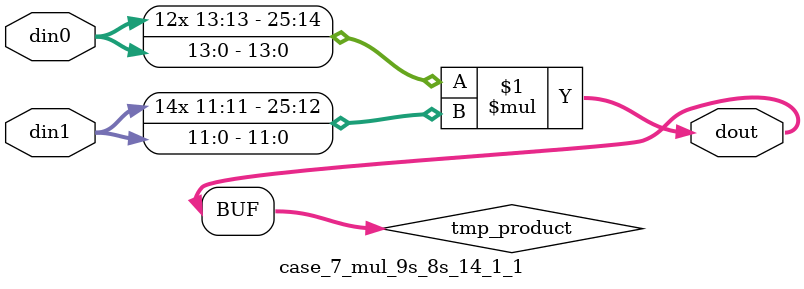
<source format=v>

`timescale 1 ns / 1 ps

 module case_7_mul_9s_8s_14_1_1(din0, din1, dout);
parameter ID = 1;
parameter NUM_STAGE = 0;
parameter din0_WIDTH = 14;
parameter din1_WIDTH = 12;
parameter dout_WIDTH = 26;

input [din0_WIDTH - 1 : 0] din0; 
input [din1_WIDTH - 1 : 0] din1; 
output [dout_WIDTH - 1 : 0] dout;

wire signed [dout_WIDTH - 1 : 0] tmp_product;



























assign tmp_product = $signed(din0) * $signed(din1);








assign dout = tmp_product;





















endmodule

</source>
